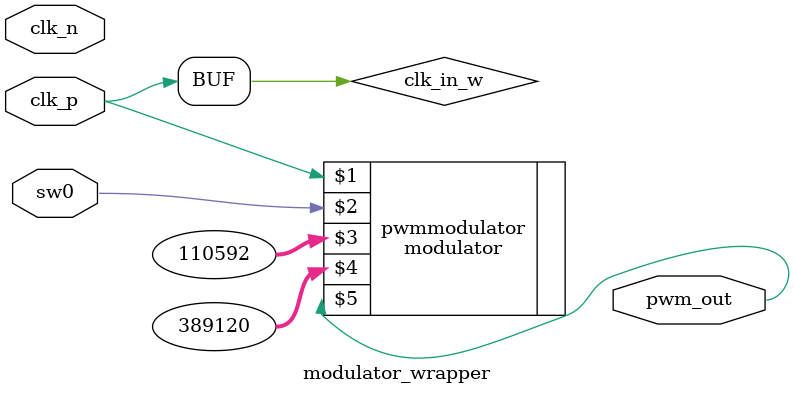
<source format=v>
`define ZEDBOARD;

`timescale 1ns / 1ps

module modulator_wrapper # (
    parameter this_module_is_top_p = 1'd1,  // indication is this module a top module or not,
                                            // 1'd1 -> module is top, 1'd0 -> module is not top
              depth_p = 8'd8,               // the number of samples in one period of the signal
              width_p = 8'd12,              // the number of bits used to present amplitude value
              cntampl_value_p = 8'hff       // threshold value for counter, its value should be equal to (2^depth)-1
)(
    input clk_p,            // differential input clock signal
    input clk_n,            // differential input clock signal
    input sw0,              // signal made for selecting frequency
    output wire pwm_out     // pulse width modulated signal
);

// Place the information about the new boards here:
`ifdef ZEDBOARD     // Zynq-7000
localparam real fclk_p = 100000000.0;
`define no_diff_clk
`endif

localparam real f_low_p = 1.0;   // first frequency for the PWM signal, specified in Hz
localparam real f_high_p = 3.5;  // second frequency for the PWM signal, specified in Hz     

// c1_p = 95.3674,, fclk_p = 100 MHz
localparam real c1_p = (fclk_p /((2**depth_p)*(2**width_p)));

// div_factor_freqhigh_p = 110592
localparam integer c2_p = (c1_p/f_high_p);
localparam integer div_factor_freqhigh_p = (c2_p *(2**width_p));

// div_factor_freqlow_p = 389120
localparam integer c3_p = (c1_p/f_low_p);
localparam integer div_factor_freqlow_p = (c3_p*(2**width_p));

wire clk_in_w;

generate
    // if module is top, it has to generate the differential clock buffer in case of a differential clock, 
    // otherwise it will get a single ended clock signal from the higher hierarchy
    if (this_module_is_top_p == 1'd1) begin
        `ifdef diff_clk
            IBUFGDS # (
                .DIFF_TERM("FALSE"),        // Differential Termination
                .IBUF_LOW_PWR("TRUE"),      // Low power="TRUE", Highest performance="FALSE"
                .IOSTANDARD("DEFAULT")      // Specifies the I/O standard for this buffer
            )
            IBUFGDS_inst (
                .O (clk_in_w),  // Clock buffer output
                .I (clk_p),     // Diff_p clock buffer input
                .IB (clk_n)     // Diff_n clock buffer input
            );
            
        `elsif no_diff_clk
                
                assign clk_in_w = clk_p;
                
        `endif
    end
    else begin
        assign clk_in_w = clk_p;
    end
endgenerate

// Modulator module instance
modulator pwmmodulator (clk_in_w, sw0, div_factor_freqhigh_p, div_factor_freqlow_p, pwm_out);

endmodule
            
</source>
